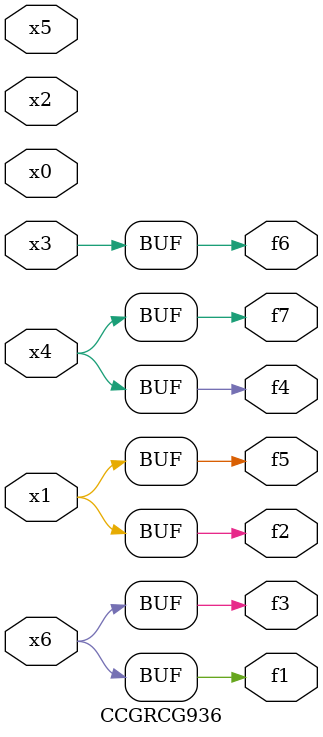
<source format=v>
module CCGRCG936(
	input x0, x1, x2, x3, x4, x5, x6,
	output f1, f2, f3, f4, f5, f6, f7
);
	assign f1 = x6;
	assign f2 = x1;
	assign f3 = x6;
	assign f4 = x4;
	assign f5 = x1;
	assign f6 = x3;
	assign f7 = x4;
endmodule

</source>
